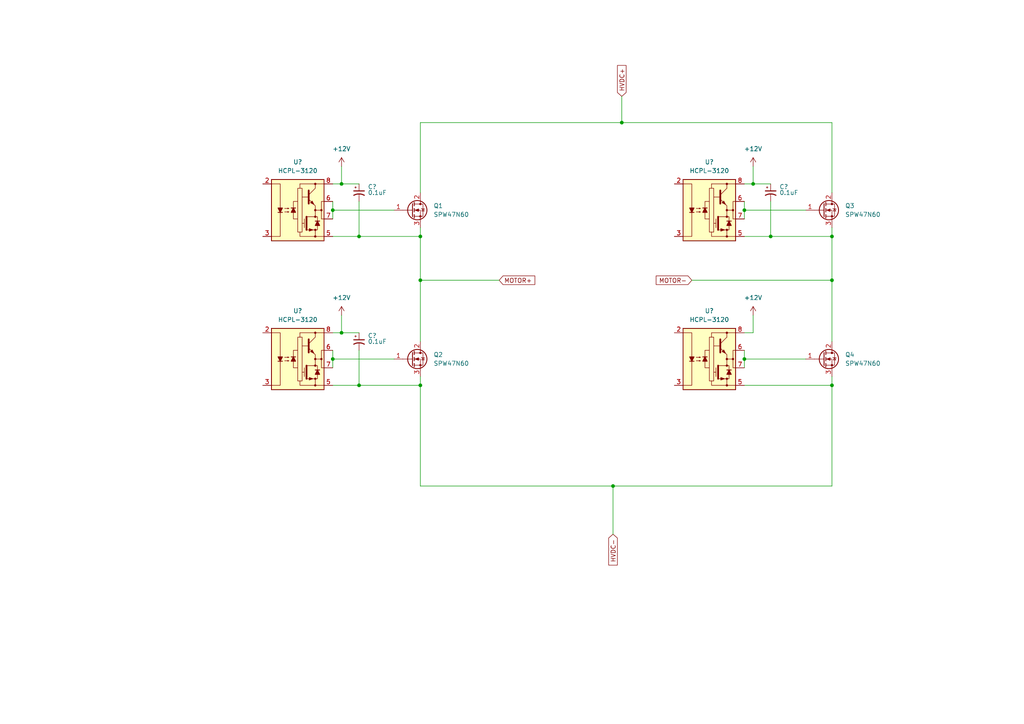
<source format=kicad_sch>
(kicad_sch (version 20211123) (generator eeschema)
  (paper "A4")
  (lib_symbols
    (symbol "Device:C_Polarized_Small_US" (pin_numbers hide) (pin_names (offset 0.254) hide)
      (property "Reference" "C" (at 0.254 1.778 0))
      (property "Value" "C_Polarized_Small_US" (at 0.254 -2.032 0))
      (symbol "C_Polarized_Small_US_0_1"
        (polyline (pts (xy -1.524 0.508) (xy 1.524 0.508)) (stroke (width 0.3048)))
        (polyline (pts (xy -1.27 1.524) (xy -0.762 1.524)))
        (polyline (pts (xy -1.016 1.27) (xy -1.016 1.778)))
        (arc (start 1.524 -0.762) (mid 0 -0.3734) (end -1.524 -0.762) (stroke (width 0.3048)))
      )
      (symbol "C_Polarized_Small_US_1_1"
        (pin passive line (at 0 2.54 270) (length 2.032) (name "~") (number "1"))
        (pin passive line (at 0 -2.54 90) (length 2.032) (name "~") (number "2"))
      )
    )
    (symbol "Device:Q_NMOS_GDS" (pin_names (offset 0) hide)
      (property "Reference" "Q" (at 5.08 1.27 0))
      (property "Value" "Q_NMOS_GDS" (at 5.08 -1.27 0))
      (symbol "Q_NMOS_GDS_0_1"
        (polyline (pts (xy 0.254 0) (xy -2.54 0)))
        (polyline (pts (xy 0.254 1.905) (xy 0.254 -1.905)) (stroke (width 0.254)))
        (polyline (pts (xy 0.762 -1.27) (xy 0.762 -2.286)) (stroke (width 0.254)))
        (polyline (pts (xy 0.762 0.508) (xy 0.762 -0.508)) (stroke (width 0.254)))
        (polyline (pts (xy 0.762 2.286) (xy 0.762 1.27)) (stroke (width 0.254)))
        (polyline (pts (xy 2.54 2.54) (xy 2.54 1.778)))
        (polyline (pts (xy 2.54 -2.54) (xy 2.54 0) (xy 0.762 0)))
        (polyline (pts (xy 0.762 -1.778) (xy 3.302 -1.778) (xy 3.302 1.778) (xy 0.762 1.778)))
        (polyline (pts (xy 1.016 0) (xy 2.032 0.381) (xy 2.032 -0.381) (xy 1.016 0)) (fill (type outline)))
        (polyline (pts (xy 2.794 0.508) (xy 2.921 0.381) (xy 3.683 0.381) (xy 3.81 0.254)))
        (polyline (pts (xy 3.302 0.381) (xy 2.921 -0.254) (xy 3.683 -0.254) (xy 3.302 0.381)))
        (circle (center 1.651 0) (radius 2.794) (stroke (width 0.254)))
        (circle (center 2.54 -1.778) (radius 0.254) (fill (type outline)))
        (circle (center 2.54 1.778) (radius 0.254) (fill (type outline)))
      )
      (symbol "Q_NMOS_GDS_1_1"
        (pin input line (at -5.08 0 0) (length 2.54) (name "G") (number "1"))
        (pin passive line (at 2.54 5.08 270) (length 2.54) (name "D") (number "2"))
        (pin passive line (at 2.54 -5.08 90) (length 2.54) (name "S") (number "3"))
      )
    )
    (symbol "Driver_FET:HCPL-3120" (pin_names hide)
      (property "Reference" "U" (at 0 12.7 0))
      (property "Value" "HCPL-3120" (at 0 10.16 0))
      (symbol "HCPL-3120_0_1"
        (rectangle (start -7.62 8.89) (end 7.62 -8.89) (stroke (width 0.254)) (fill (type background)))
        (polyline (pts (xy -5.715 -0.635) (xy -4.445 -0.635)) (stroke (width 0.254)))
        (polyline (pts (xy -0.635 0.635) (xy -1.905 0.635)) (stroke (width 0.254)))
        (polyline (pts (xy 1.27 -3.81) (xy 1.905 -3.81)))
        (polyline (pts (xy 1.905 -5.08) (xy 1.905 -2.54)))
        (polyline (pts (xy 2.54 -5.715) (xy 2.54 -1.905)) (stroke (width 0.508)))
        (polyline (pts (xy 3.048 3.81) (xy 1.27 3.81)))
        (polyline (pts (xy 3.175 4.445) (xy 5.08 6.35)))
        (polyline (pts (xy 4.445 -1.905) (xy 2.54 -1.905)))
        (polyline (pts (xy 5.08 -5.715) (xy 5.08 -7.62)))
        (polyline (pts (xy 5.08 0) (xy 6.858 0)))
        (polyline (pts (xy 5.08 1.27) (xy 3.175 3.175)) (fill (type outline)))
        (polyline (pts (xy 5.08 1.27) (xy 5.08 -1.905)))
        (polyline (pts (xy 5.08 6.35) (xy 5.08 7.62)))
        (polyline (pts (xy 6.35 -3.175) (xy 5.08 -3.175)) (stroke (width 0.254)))
        (polyline (pts (xy 7.62 7.62) (xy 0.635 7.62)))
        (polyline (pts (xy -1.27 -0.635) (xy -1.27 -2.54) (xy 0 -2.54)))
        (polyline (pts (xy -1.27 0.635) (xy -1.27 2.54) (xy 0 2.54)))
        (polyline (pts (xy 0.635 -6.35) (xy 0.635 -7.62) (xy 7.62 -7.62)))
        (polyline (pts (xy 3.175 5.715) (xy 3.175 1.905) (xy 3.175 1.905)) (stroke (width 0.508)))
        (polyline (pts (xy 4.445 -1.905) (xy 5.715 -1.905) (xy 5.715 -3.175)))
        (polyline (pts (xy 5.715 -4.445) (xy 5.715 -5.715) (xy 2.54 -5.715)))
        (polyline (pts (xy -7.62 7.62) (xy -5.08 7.62) (xy -5.08 -7.62) (xy -7.62 -7.62)))
        (polyline (pts (xy -5.08 -0.635) (xy -5.715 0.635) (xy -4.445 0.635) (xy -5.08 -0.635)) (stroke (width 0.254)) (fill (type outline)))
        (polyline (pts (xy -1.27 0.635) (xy -0.635 -0.635) (xy -1.905 -0.635) (xy -1.27 0.635)) (stroke (width 0.254)) (fill (type outline)))
        (polyline (pts (xy 4.445 -5.715) (xy 3.302 -5.334) (xy 3.302 -6.096) (xy 4.445 -5.715)) (fill (type outline)))
        (polyline (pts (xy 5.715 -3.175) (xy 6.35 -4.445) (xy 5.08 -4.445) (xy 5.715 -3.175)) (stroke (width 0.254)) (fill (type outline)))
        (polyline (pts (xy 7.62 2.54) (xy 6.858 2.54) (xy 6.858 -2.54) (xy 7.62 -2.54)))
        (polyline (pts (xy -3.81 -0.508) (xy -2.54 -0.508) (xy -2.921 -0.635) (xy -2.921 -0.381) (xy -2.54 -0.508)))
        (polyline (pts (xy -3.81 0.508) (xy -2.54 0.508) (xy -2.921 0.381) (xy -2.921 0.635) (xy -2.54 0.508)))
        (polyline (pts (xy 1.27 6.35) (xy 1.27 -6.35) (xy 0 -6.35) (xy 0 6.35) (xy 1.27 6.35)))
        (polyline (pts (xy 3.683 2.159) (xy 4.191 2.667) (xy 4.699 1.651) (xy 3.683 2.159) (xy 3.683 2.159)) (fill (type outline)))
        (rectangle (start 0.635 6.35) (end 0.635 6.35))
        (rectangle (start 0.635 6.35) (end 0.635 7.62))
        (circle (center 5.08 -7.62) (radius 0.254) (fill (type outline)))
        (circle (center 5.08 -5.715) (radius 0.254) (fill (type outline)))
        (circle (center 5.08 -1.905) (radius 0.254) (fill (type outline)))
        (circle (center 5.08 0) (radius 0.254) (fill (type outline)))
        (circle (center 5.08 7.62) (radius 0.254) (fill (type outline)))
        (circle (center 6.858 0) (radius 0.254) (fill (type outline)))
      )
      (symbol "HCPL-3120_1_1"
        (pin no_connect line (at -7.62 2.54 0) (length 2.54) hide (name "NC") (number "1"))
        (pin passive line (at -10.16 7.62 0) (length 2.54) (name "A") (number "2"))
        (pin passive line (at -10.16 -7.62 0) (length 2.54) (name "C") (number "3"))
        (pin no_connect line (at -7.62 -2.54 0) (length 2.54) hide (name "NC") (number "4"))
        (pin power_out line (at 10.16 -7.62 180) (length 2.54) (name "VEE") (number "5"))
        (pin output line (at 10.16 2.54 180) (length 2.54) (name "VO") (number "6"))
        (pin output line (at 10.16 -2.54 180) (length 2.54) (name "VO") (number "7"))
        (pin power_in line (at 10.16 7.62 180) (length 2.54) (name "VCC") (number "8"))
      )
    )
    (symbol "power:+12V" (power) (pin_names (offset 0))
      (property "Value" "+12V" (at 0 3.556 0))
      (symbol "+12V_0_1"
        (polyline (pts (xy -0.762 1.27) (xy 0 2.54)))
        (polyline (pts (xy 0 0) (xy 0 2.54)))
        (polyline (pts (xy 0 2.54) (xy 0.762 1.27)))
      )
      (symbol "+12V_1_1"
        (pin power_in line (at 0 0 90) (length 0) hide (name "+12V") (number "1"))
      )
    )
  )
  (junction (at 218.44 53.34))
  (junction (at 177.8 140.97))
  (junction (at 104.14 111.76))
  (junction (at 241.3 111.76))
  (junction (at 180.34 35.56))
  (junction (at 223.52 68.58))
  (junction (at 215.9 60.96))
  (junction (at 215.9 104.14))
  (junction (at 121.92 111.76))
  (junction (at 99.06 53.34))
  (junction (at 96.52 60.96))
  (junction (at 96.52 104.14))
  (junction (at 121.92 81.28))
  (junction (at 104.14 68.58))
  (junction (at 241.3 81.28))
  (junction (at 99.06 96.52))
  (junction (at 241.3 68.58))
  (junction (at 121.92 68.58))
  (wire (pts (xy 121.92 81.28) (xy 121.92 99.06)))
  (wire (pts (xy 99.06 96.52) (xy 104.14 96.52)))
  (wire (pts (xy 96.52 106.68) (xy 96.52 104.14)))
  (wire (pts (xy 218.44 53.34) (xy 223.52 53.34)))
  (wire (pts (xy 241.3 66.04) (xy 241.3 68.58)))
  (wire (pts (xy 215.9 63.5) (xy 215.9 60.96)))
  (wire (pts (xy 177.8 140.97) (xy 241.3 140.97)))
  (wire (pts (xy 96.52 111.76) (xy 104.14 111.76)))
  (wire (pts (xy 104.14 68.58) (xy 121.92 68.58)))
  (wire (pts (xy 215.9 104.14) (xy 233.68 104.14)))
  (wire (pts (xy 121.92 35.56) (xy 121.92 55.88)))
  (wire (pts (xy 96.52 101.6) (xy 96.52 104.14)))
  (wire (pts (xy 200.66 81.28) (xy 241.3 81.28)))
  (wire (pts (xy 177.8 140.97) (xy 177.8 154.94)))
  (wire (pts (xy 180.34 27.94) (xy 180.34 35.56)))
  (wire (pts (xy 96.52 58.42) (xy 96.52 60.96)))
  (wire (pts (xy 104.14 58.42) (xy 104.14 68.58)))
  (wire (pts (xy 223.52 58.42) (xy 223.52 68.58)))
  (wire (pts (xy 96.52 96.52) (xy 99.06 96.52)))
  (wire (pts (xy 121.92 111.76) (xy 121.92 140.97)))
  (wire (pts (xy 121.92 81.28) (xy 144.78 81.28)))
  (wire (pts (xy 104.14 101.6) (xy 104.14 111.76)))
  (wire (pts (xy 215.9 58.42) (xy 215.9 60.96)))
  (wire (pts (xy 180.34 35.56) (xy 121.92 35.56)))
  (wire (pts (xy 215.9 96.52) (xy 218.44 96.52)))
  (wire (pts (xy 241.3 68.58) (xy 241.3 81.28)))
  (wire (pts (xy 215.9 101.6) (xy 215.9 104.14)))
  (wire (pts (xy 121.92 109.22) (xy 121.92 111.76)))
  (wire (pts (xy 99.06 53.34) (xy 104.14 53.34)))
  (wire (pts (xy 241.3 140.97) (xy 241.3 111.76)))
  (wire (pts (xy 121.92 140.97) (xy 177.8 140.97)))
  (wire (pts (xy 241.3 111.76) (xy 241.3 109.22)))
  (wire (pts (xy 96.52 60.96) (xy 114.3 60.96)))
  (wire (pts (xy 121.92 68.58) (xy 121.92 81.28)))
  (wire (pts (xy 121.92 66.04) (xy 121.92 68.58)))
  (wire (pts (xy 215.9 53.34) (xy 218.44 53.34)))
  (wire (pts (xy 96.52 68.58) (xy 104.14 68.58)))
  (wire (pts (xy 215.9 68.58) (xy 223.52 68.58)))
  (wire (pts (xy 215.9 104.14) (xy 215.9 106.68)))
  (wire (pts (xy 104.14 111.76) (xy 121.92 111.76)))
  (wire (pts (xy 218.44 91.44) (xy 218.44 96.52)))
  (wire (pts (xy 99.06 48.26) (xy 99.06 53.34)))
  (wire (pts (xy 215.9 60.96) (xy 233.68 60.96)))
  (wire (pts (xy 241.3 55.88) (xy 241.3 35.56)))
  (wire (pts (xy 223.52 68.58) (xy 241.3 68.58)))
  (wire (pts (xy 215.9 111.76) (xy 241.3 111.76)))
  (wire (pts (xy 96.52 63.5) (xy 96.52 60.96)))
  (wire (pts (xy 99.06 91.44) (xy 99.06 96.52)))
  (wire (pts (xy 96.52 53.34) (xy 99.06 53.34)))
  (wire (pts (xy 96.52 104.14) (xy 114.3 104.14)))
  (wire (pts (xy 241.3 35.56) (xy 180.34 35.56)))
  (wire (pts (xy 241.3 81.28) (xy 241.3 99.06)))
  (wire (pts (xy 218.44 48.26) (xy 218.44 53.34)))
  (global_label "HVDC-" (shape input) (at 177.8 154.94 270) (property "Intersheet References" "${INTERSHEET_REFS}" (effects hide)))
  (global_label "HVDC+" (shape input) (at 180.34 27.94 90) (property "Intersheet References" "${INTERSHEET_REFS}" (effects hide)))
  (global_label "MOTOR+" (shape input) (at 144.78 81.28 0) (property "Intersheet References" "${INTERSHEET_REFS}" (effects hide)))
  (global_label "MOTOR-" (shape input) (at 200.66 81.28 180) (property "Intersheet References" "${INTERSHEET_REFS}" (effects hide)))
  (symbol (lib_id "Device:C_Polarized_Small_US") (at 104.14 99.06 0) (unit 1)
    (property "Reference" "C?" (at 106.68 97.3581 0) (effects (justify left)))
    (property "Value" "0.1uF" (at 106.68 99.06 0) (effects (justify left)))
  )
  (symbol (lib_id "power:+12V") (at 218.44 91.44 0) (unit 1)
    (property "Reference" "#PWR?" (effects hide))
    (property "Value" "+12V" (at 218.44 86.36 0))
  )
  (symbol (lib_id "Device:Q_NMOS_GDS") (at 238.76 60.96 0) (unit 1)
    (property "Reference" "Q3" (at 245.11 59.6899 0) (effects (justify left)))
    (property "Value" "SPW47N60" (at 245.11 62.2299 0) (effects (justify left)))
  )
  (symbol (lib_id "Driver_FET:HCPL-3120") (at 86.36 60.96 0) (unit 1)
    (property "Reference" "U?" (at 86.36 46.99 0))
    (property "Value" "HCPL-3120" (at 86.36 49.53 0))
    (property "Footprint" "Package_DIP:DIP-8_W7.62mm" (effects hide))
    (property "Datasheet" "https://docs.broadcom.com/docs/AV02-0161EN" (effects hide))
  )
  (symbol (lib_id "power:+12V") (at 218.44 48.26 0) (unit 1)
    (property "Reference" "#PWR?" (effects hide))
    (property "Value" "+12V" (at 218.44 43.18 0))
  )
  (symbol (lib_id "Device:C_Polarized_Small_US") (at 104.14 55.88 0) (unit 1)
    (property "Reference" "C?" (at 106.68 54.1781 0) (effects (justify left)))
    (property "Value" "0.1uF" (at 106.68 55.88 0) (effects (justify left)))
  )
  (symbol (lib_id "Driver_FET:HCPL-3120") (at 205.74 60.96 0) (unit 1)
    (property "Reference" "U?" (at 205.74 46.99 0))
    (property "Value" "HCPL-3120" (at 205.74 49.53 0))
    (property "Footprint" "Package_DIP:DIP-8_W7.62mm" (effects hide))
    (property "Datasheet" "https://docs.broadcom.com/docs/AV02-0161EN" (effects hide))
  )
  (symbol (lib_id "Driver_FET:HCPL-3120") (at 86.36 104.14 0) (unit 1)
    (property "Reference" "U?" (at 86.36 90.17 0))
    (property "Value" "HCPL-3120" (at 86.36 92.71 0))
    (property "Footprint" "Package_DIP:DIP-8_W7.62mm" (effects hide))
    (property "Datasheet" "https://docs.broadcom.com/docs/AV02-0161EN" (effects hide))
  )
  (symbol (lib_id "Device:Q_NMOS_GDS") (at 119.38 104.14 0) (unit 1)
    (property "Reference" "Q2" (at 125.73 102.8699 0) (effects (justify left)))
    (property "Value" "SPW47N60" (at 125.73 105.4099 0) (effects (justify left)))
  )
  (symbol (lib_id "Device:C_Polarized_Small_US") (at 223.52 55.88 0) (unit 1)
    (property "Reference" "C?" (at 226.06 54.1781 0) (effects (justify left)))
    (property "Value" "0.1uF" (at 226.06 55.88 0) (effects (justify left)))
  )
  (symbol (lib_id "power:+12V") (at 99.06 91.44 0) (unit 1)
    (property "Reference" "#PWR?" (effects hide))
    (property "Value" "+12V" (at 99.06 86.36 0))
  )
  (symbol (lib_id "Device:Q_NMOS_GDS") (at 119.38 60.96 0) (unit 1)
    (property "Reference" "Q1" (at 125.73 59.6899 0) (effects (justify left)))
    (property "Value" "SPW47N60" (at 125.73 62.2299 0) (effects (justify left)))
  )
  (symbol (lib_id "Device:Q_NMOS_GDS") (at 238.76 104.14 0) (unit 1)
    (property "Reference" "Q4" (at 245.11 102.8699 0) (effects (justify left)))
    (property "Value" "SPW47N60" (at 245.11 105.4099 0) (effects (justify left)))
  )
  (symbol (lib_id "Driver_FET:HCPL-3120") (at 205.74 104.14 0) (unit 1)
    (property "Reference" "U?" (at 205.74 90.17 0))
    (property "Value" "HCPL-3120" (at 205.74 92.71 0))
    (property "Footprint" "Package_DIP:DIP-8_W7.62mm" (effects hide))
    (property "Datasheet" "https://docs.broadcom.com/docs/AV02-0161EN" (effects hide))
  )
  (symbol (lib_id "power:+12V") (at 99.06 48.26 0) (unit 1)
    (property "Reference" "#PWR?" (effects hide))
    (property "Value" "+12V" (at 99.06 43.18 0))
  )
)
</source>
